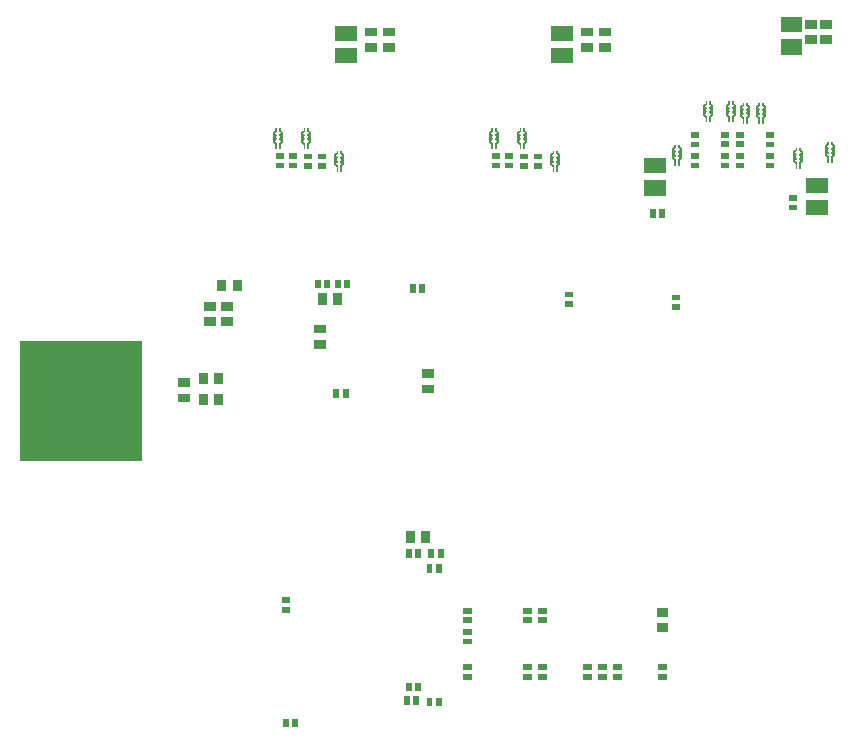
<source format=gbr>
G04 start of page 11 for group -4014 idx -4014 *
G04 Title: (unknown), bottompaste *
G04 Creator: pcb 1.99z *
G04 CreationDate: Sat 15 Nov 2014 07:16:59 AM GMT UTC *
G04 For: commonadmin *
G04 Format: Gerber/RS-274X *
G04 PCB-Dimensions (mil): 4500.00 4500.00 *
G04 PCB-Coordinate-Origin: lower left *
%MOIN*%
%FSLAX25Y25*%
%LNBOTTOMPASTE*%
%ADD145R,0.0060X0.0060*%
%ADD144C,0.0060*%
%ADD143R,0.0510X0.0510*%
%ADD142R,0.4000X0.4000*%
%ADD141R,0.0197X0.0197*%
%ADD140R,0.0295X0.0295*%
G54D140*X60008Y326118D02*X60992D01*
X60008Y321000D02*X60992D01*
X72118Y327992D02*Y327008D01*
X67000Y327992D02*Y327008D01*
X72118Y320992D02*Y320008D01*
X67000Y320992D02*Y320008D01*
G54D141*X114500Y322893D02*Y322107D01*
X111352Y322893D02*Y322107D01*
G54D140*X106634Y354492D02*Y353508D01*
X111752Y354492D02*Y353508D01*
G54D141*X105104Y359493D02*Y358707D01*
X108252Y359493D02*Y358707D01*
X111752Y359493D02*Y358707D01*
X114900Y359493D02*Y358707D01*
G54D140*X105360Y344000D02*X106344D01*
X105360Y338882D02*X106344D01*
X141360Y324000D02*X142344D01*
X141360Y329118D02*X142344D01*
G54D141*X136852Y357893D02*Y357107D01*
X140000Y357893D02*Y357107D01*
G54D142*X26000Y319828D02*X26500D01*
G54D140*X73182Y358992D02*Y358008D01*
X78300Y358992D02*Y358008D01*
X74308Y346500D02*X75292D01*
X74308Y351618D02*X75292D01*
X68808Y346500D02*X69792D01*
X68808Y351618D02*X69792D01*
X128508Y443000D02*X129492D01*
X128508Y437882D02*X129492D01*
X122508Y443000D02*X123492D01*
X122508Y437882D02*X123492D01*
G54D143*X113500Y435100D02*X115500D01*
X113500Y442500D02*X115500D01*
G54D141*X101607Y401500D02*X102393D01*
X101607Y398352D02*X102393D01*
X106107D02*X106893D01*
X106107Y401500D02*X106893D01*
X96607Y401648D02*X97393D01*
X96607Y398500D02*X97393D01*
X92107D02*X92893D01*
X92107Y401648D02*X92893D01*
G54D144*X111000Y401900D02*Y398900D01*
Y401900D02*X111700Y402600D01*
X111000Y398900D02*X111700Y398200D01*
G54D145*Y396700D01*
Y403100D02*Y402600D01*
G54D144*X111000Y399200D02*X111600Y399800D01*
X111000Y400400D02*X111600Y399800D01*
X111000Y401600D02*X111600Y401000D01*
X111000Y400400D02*X111600Y401000D01*
X113600Y402000D02*Y398900D01*
X113000Y402600D02*X113600Y402000D01*
X113000Y398300D02*X113600Y398900D01*
G54D145*X113000Y398300D02*Y396700D01*
Y403100D02*Y402600D01*
G54D144*X112900Y399800D02*X113600Y399100D01*
Y398900D01*
X112900Y399800D02*X113600Y400500D01*
X112900Y401000D02*X113600Y400300D01*
X112900Y401000D02*X113600Y401700D01*
X100000Y409400D02*Y406400D01*
Y409400D02*X100700Y410100D01*
X100000Y406400D02*X100700Y405700D01*
G54D145*Y404200D01*
Y410600D02*Y410100D01*
G54D144*X100000Y406700D02*X100600Y407300D01*
X100000Y407900D02*X100600Y407300D01*
X100000Y409100D02*X100600Y408500D01*
X100000Y407900D02*X100600Y408500D01*
X102600Y409500D02*Y406400D01*
X102000Y410100D02*X102600Y409500D01*
X102000Y405800D02*X102600Y406400D01*
G54D145*X102000Y405800D02*Y404200D01*
Y410600D02*Y410100D01*
G54D144*X101900Y407300D02*X102600Y406600D01*
Y406400D01*
X101900Y407300D02*X102600Y408000D01*
X101900Y408500D02*X102600Y407800D01*
X101900Y408500D02*X102600Y409200D01*
X90500Y409400D02*Y406400D01*
Y409400D02*X91200Y410100D01*
X90500Y406400D02*X91200Y405700D01*
G54D145*Y404200D01*
Y410600D02*Y410100D01*
G54D144*X90500Y406700D02*X91100Y407300D01*
X90500Y407900D02*X91100Y407300D01*
X90500Y409100D02*X91100Y408500D01*
X90500Y407900D02*X91100Y408500D01*
X93100Y409500D02*Y406400D01*
X92500Y410100D02*X93100Y409500D01*
X92500Y405800D02*X93100Y406400D01*
G54D145*X92500Y405800D02*Y404200D01*
Y410600D02*Y410100D01*
G54D144*X92400Y407300D02*X93100Y406600D01*
Y406400D01*
X92400Y407300D02*X93100Y408000D01*
X92400Y408500D02*X93100Y407800D01*
X92400Y408500D02*X93100Y409200D01*
X251543Y417908D02*Y414908D01*
Y417908D02*X252243Y418608D01*
X251543Y414908D02*X252243Y414208D01*
G54D145*Y412708D01*
Y419108D02*Y418608D01*
G54D144*X251543Y415208D02*X252143Y415808D01*
X251543Y416408D02*X252143Y415808D01*
X251543Y417608D02*X252143Y417008D01*
X251543Y416408D02*X252143Y417008D01*
X254143Y418008D02*Y414908D01*
X253543Y418608D02*X254143Y418008D01*
X253543Y414308D02*X254143Y414908D01*
G54D145*X253543Y414308D02*Y412708D01*
Y419108D02*Y418608D01*
G54D144*X253443Y415808D02*X254143Y415108D01*
Y414908D01*
X253443Y415808D02*X254143Y416508D01*
X253443Y417008D02*X254143Y416308D01*
X253443Y417008D02*X254143Y417708D01*
X264000Y402900D02*Y399900D01*
Y402900D02*X264700Y403600D01*
X264000Y399900D02*X264700Y399200D01*
G54D145*Y397700D01*
Y404100D02*Y403600D01*
G54D144*X264000Y400200D02*X264600Y400800D01*
X264000Y401400D02*X264600Y400800D01*
X264000Y402600D02*X264600Y402000D01*
X264000Y401400D02*X264600Y402000D01*
X266600Y403000D02*Y399900D01*
X266000Y403600D02*X266600Y403000D01*
X266000Y399300D02*X266600Y399900D01*
G54D145*X266000Y399300D02*Y397700D01*
Y404100D02*Y403600D01*
G54D144*X265900Y400800D02*X266600Y400100D01*
Y399900D01*
X265900Y400800D02*X266600Y401500D01*
X265900Y402000D02*X266600Y401300D01*
X265900Y402000D02*X266600Y402700D01*
X246343Y417958D02*Y414958D01*
Y417958D02*X247043Y418658D01*
X246343Y414958D02*X247043Y414258D01*
G54D145*Y412758D01*
Y419158D02*Y418658D01*
G54D144*X246343Y415258D02*X246943Y415858D01*
X246343Y416458D02*X246943Y415858D01*
X246343Y417658D02*X246943Y417058D01*
X246343Y416458D02*X246943Y417058D01*
X248943Y418058D02*Y414958D01*
X248343Y418658D02*X248943Y418058D01*
X248343Y414358D02*X248943Y414958D01*
G54D145*X248343Y414358D02*Y412758D01*
Y419158D02*Y418658D01*
G54D144*X248243Y415858D02*X248943Y415158D01*
Y414958D01*
X248243Y415858D02*X248943Y416558D01*
X248243Y417058D02*X248943Y416358D01*
X248243Y417058D02*X248943Y417758D01*
X241543Y418408D02*Y415408D01*
Y418408D02*X242243Y419108D01*
X241543Y415408D02*X242243Y414708D01*
G54D145*Y413208D01*
Y419608D02*Y419108D01*
G54D144*X241543Y415708D02*X242143Y416308D01*
X241543Y416908D02*X242143Y416308D01*
X241543Y418108D02*X242143Y417508D01*
X241543Y416908D02*X242143Y417508D01*
X244143Y418508D02*Y415408D01*
X243543Y419108D02*X244143Y418508D01*
X243543Y414808D02*X244143Y415408D01*
G54D145*X243543Y414808D02*Y413208D01*
Y419608D02*Y419108D01*
G54D144*X243443Y416308D02*X244143Y415608D01*
Y415408D01*
X243443Y416308D02*X244143Y417008D01*
X243443Y417508D02*X244143Y416808D01*
X243443Y417508D02*X244143Y418208D01*
X234000Y418400D02*Y415400D01*
Y418400D02*X234700Y419100D01*
X234000Y415400D02*X234700Y414700D01*
G54D145*Y413200D01*
Y419600D02*Y419100D01*
G54D144*X234000Y415700D02*X234600Y416300D01*
X234000Y416900D02*X234600Y416300D01*
X234000Y418100D02*X234600Y417500D01*
X234000Y416900D02*X234600Y417500D01*
X236600Y418500D02*Y415400D01*
X236000Y419100D02*X236600Y418500D01*
X236000Y414800D02*X236600Y415400D01*
G54D145*X236000Y414800D02*Y413200D01*
Y419600D02*Y419100D01*
G54D144*X235900Y416300D02*X236600Y415600D01*
Y415400D01*
X235900Y416300D02*X236600Y417000D01*
X235900Y417500D02*X236600Y416800D01*
X235900Y417500D02*X236600Y418200D01*
X223500Y403900D02*Y400900D01*
Y403900D02*X224200Y404600D01*
X223500Y400900D02*X224200Y400200D01*
G54D145*Y398700D01*
Y405100D02*Y404600D01*
G54D144*X223500Y401200D02*X224100Y401800D01*
X223500Y402400D02*X224100Y401800D01*
X223500Y403600D02*X224100Y403000D01*
X223500Y402400D02*X224100Y403000D01*
X226100Y404000D02*Y400900D01*
X225500Y404600D02*X226100Y404000D01*
X225500Y400300D02*X226100Y400900D01*
G54D145*X225500Y400300D02*Y398700D01*
Y405100D02*Y404600D01*
G54D144*X225400Y401800D02*X226100Y401100D01*
Y400900D01*
X225400Y401800D02*X226100Y402500D01*
X225400Y403000D02*X226100Y402300D01*
X225400Y403000D02*X226100Y403700D01*
G54D140*X274008Y445518D02*X274992D01*
X274008Y440400D02*X274992D01*
X269008Y445518D02*X269992D01*
X269008Y440400D02*X269992D01*
G54D143*X262000Y438000D02*X264000D01*
X262000Y445400D02*X264000D01*
G54D141*X255607Y401648D02*X256393D01*
X255607Y398500D02*X256393D01*
X255607Y408648D02*X256393D01*
X255607Y405500D02*X256393D01*
X245607Y401648D02*X246393D01*
X245607Y398500D02*X246393D01*
X245607Y408796D02*X246393D01*
X245607Y405648D02*X246393D01*
X240607Y401648D02*X241393D01*
X240607Y398500D02*X241393D01*
X240607Y408796D02*X241393D01*
X240607Y405648D02*X241393D01*
X230607Y401648D02*X231393D01*
X230607Y398500D02*X231393D01*
X230607Y408648D02*X231393D01*
X230607Y405500D02*X231393D01*
G54D143*X270500Y384500D02*X272500D01*
X270500Y391900D02*X272500D01*
G54D141*X263107Y387648D02*X263893D01*
X263107Y384500D02*X263893D01*
X220000Y382893D02*Y382107D01*
X216852Y382893D02*Y382107D01*
G54D143*X216500Y391000D02*X218500D01*
X216500Y398400D02*X218500D01*
G54D144*X274543Y404908D02*Y401908D01*
Y404908D02*X275243Y405608D01*
X274543Y401908D02*X275243Y401208D01*
G54D145*Y399708D01*
Y406108D02*Y405608D01*
G54D144*X274543Y402208D02*X275143Y402808D01*
X274543Y403408D02*X275143Y402808D01*
X274543Y404608D02*X275143Y404008D01*
X274543Y403408D02*X275143Y404008D01*
X277143Y405008D02*Y401908D01*
X276543Y405608D02*X277143Y405008D01*
X276543Y401308D02*X277143Y401908D01*
G54D145*X276543Y401308D02*Y399708D01*
Y406108D02*Y405608D01*
G54D144*X276443Y402808D02*X277143Y402108D01*
Y401908D01*
X276443Y402808D02*X277143Y403508D01*
X276443Y404008D02*X277143Y403308D01*
X276443Y404008D02*X277143Y404708D01*
G54D140*X200508Y443000D02*X201492D01*
X200508Y437882D02*X201492D01*
X194508Y443000D02*X195492D01*
X194508Y437882D02*X195492D01*
G54D143*X185500Y435100D02*X187500D01*
X185500Y442500D02*X187500D01*
G54D141*X173607Y401500D02*X174393D01*
X173607Y398352D02*X174393D01*
X178107D02*X178893D01*
X178107Y401500D02*X178893D01*
X168607Y401648D02*X169393D01*
X168607Y398500D02*X169393D01*
X164107D02*X164893D01*
X164107Y401648D02*X164893D01*
G54D144*X183000Y401900D02*Y398900D01*
Y401900D02*X183700Y402600D01*
X183000Y398900D02*X183700Y398200D01*
G54D145*Y396700D01*
Y403100D02*Y402600D01*
G54D144*X183000Y399200D02*X183600Y399800D01*
X183000Y400400D02*X183600Y399800D01*
X183000Y401600D02*X183600Y401000D01*
X183000Y400400D02*X183600Y401000D01*
X185600Y402000D02*Y398900D01*
X185000Y402600D02*X185600Y402000D01*
X185000Y398300D02*X185600Y398900D01*
G54D145*X185000Y398300D02*Y396700D01*
Y403100D02*Y402600D01*
G54D144*X184900Y399800D02*X185600Y399100D01*
Y398900D01*
X184900Y399800D02*X185600Y400500D01*
X184900Y401000D02*X185600Y400300D01*
X184900Y401000D02*X185600Y401700D01*
X172000Y409400D02*Y406400D01*
Y409400D02*X172700Y410100D01*
X172000Y406400D02*X172700Y405700D01*
G54D145*Y404200D01*
Y410600D02*Y410100D01*
G54D144*X172000Y406700D02*X172600Y407300D01*
X172000Y407900D02*X172600Y407300D01*
X172000Y409100D02*X172600Y408500D01*
X172000Y407900D02*X172600Y408500D01*
X174600Y409500D02*Y406400D01*
X174000Y410100D02*X174600Y409500D01*
X174000Y405800D02*X174600Y406400D01*
G54D145*X174000Y405800D02*Y404200D01*
Y410600D02*Y410100D01*
G54D144*X173900Y407300D02*X174600Y406600D01*
Y406400D01*
X173900Y407300D02*X174600Y408000D01*
X173900Y408500D02*X174600Y407800D01*
X173900Y408500D02*X174600Y409200D01*
X162500Y409400D02*Y406400D01*
Y409400D02*X163200Y410100D01*
X162500Y406400D02*X163200Y405700D01*
G54D145*Y404200D01*
Y410600D02*Y410100D01*
G54D144*X162500Y406700D02*X163100Y407300D01*
X162500Y407900D02*X163100Y407300D01*
X162500Y409100D02*X163100Y408500D01*
X162500Y407900D02*X163100Y408500D01*
X165100Y409500D02*Y406400D01*
X164500Y410100D02*X165100Y409500D01*
X164500Y405800D02*X165100Y406400D01*
G54D145*X164500Y405800D02*Y404200D01*
Y410600D02*Y410100D01*
G54D144*X164400Y407300D02*X165100Y406600D01*
Y406400D01*
X164400Y407300D02*X165100Y408000D01*
X164400Y408500D02*X165100Y407800D01*
X164400Y408500D02*X165100Y409200D01*
G54D141*X188607Y352352D02*X189393D01*
X188607Y355500D02*X189393D01*
X224107Y351352D02*X224893D01*
X224107Y354500D02*X224893D01*
G54D140*X136016Y275114D02*Y274130D01*
X141134Y275114D02*Y274130D01*
G54D141*X219623Y228122D02*X220409D01*
X219623Y231270D02*X220409D01*
G54D140*X219524Y244504D02*X220508D01*
X219524Y249622D02*X220508D01*
G54D141*X179623Y246974D02*X180409D01*
X179623Y250122D02*X180409D01*
X174623Y246974D02*X175409D01*
X174623Y250122D02*X175409D01*
X154623Y242974D02*X155409D01*
X154623Y239826D02*X155409D01*
X154623Y250122D02*X155409D01*
X154623Y246974D02*X155409D01*
X199623Y228122D02*X200409D01*
X199623Y231270D02*X200409D01*
X194623Y228122D02*X195409D01*
X194623Y231270D02*X195409D01*
X154623Y228122D02*X155409D01*
X154623Y231270D02*X155409D01*
X174623Y228122D02*X175409D01*
X174623Y231270D02*X175409D01*
X179623Y228122D02*X180409D01*
X179623Y231270D02*X180409D01*
X204623D02*X205409D01*
X204623Y228122D02*X205409D01*
X146164Y269515D02*Y268729D01*
X143016Y269515D02*Y268729D01*
X134868Y220515D02*Y219729D01*
X138016Y220515D02*Y219729D01*
X135516Y225015D02*Y224229D01*
X138664Y225015D02*Y224229D01*
X145516Y220015D02*Y219229D01*
X142368Y220015D02*Y219229D01*
X135516Y269515D02*Y268729D01*
X138664Y269515D02*Y268729D01*
X145516Y264515D02*Y263729D01*
X142368Y264515D02*Y263729D01*
X94123Y250474D02*X94909D01*
X94123Y253622D02*X94909D01*
X97664Y213015D02*Y212229D01*
X94516Y213015D02*Y212229D01*
M02*

</source>
